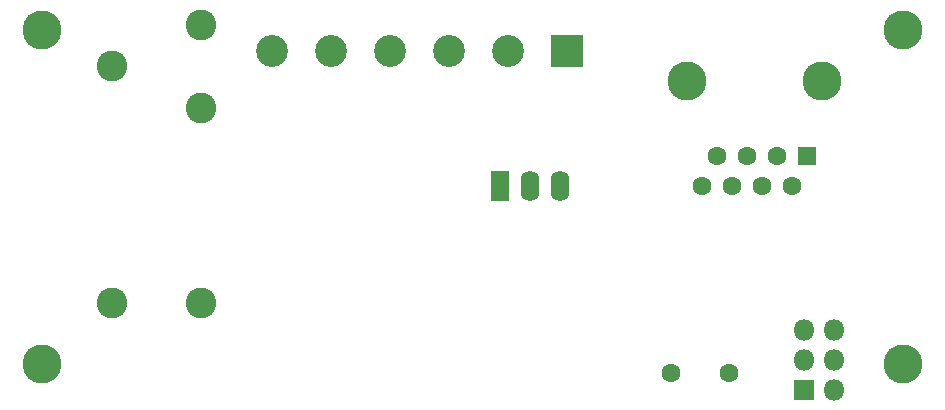
<source format=gbr>
G04 #@! TF.GenerationSoftware,KiCad,Pcbnew,(5.0.0)*
G04 #@! TF.CreationDate,2018-10-13T15:52:45-04:00*
G04 #@! TF.ProjectId,GLVColoumbCounterTest,474C56436F6C6F756D62436F756E7465,rev?*
G04 #@! TF.SameCoordinates,Original*
G04 #@! TF.FileFunction,Soldermask,Bot*
G04 #@! TF.FilePolarity,Negative*
%FSLAX46Y46*%
G04 Gerber Fmt 4.6, Leading zero omitted, Abs format (unit mm)*
G04 Created by KiCad (PCBNEW (5.0.0)) date 10/13/18 15:52:45*
%MOMM*%
%LPD*%
G01*
G04 APERTURE LIST*
%ADD10C,3.301600*%
%ADD11C,2.601600*%
%ADD12R,1.601600X1.601600*%
%ADD13C,1.601600*%
%ADD14R,2.701600X2.701600*%
%ADD15C,2.701600*%
%ADD16R,1.601600X2.601600*%
%ADD17O,1.601600X2.601600*%
%ADD18R,1.801600X1.801600*%
%ADD19O,1.801600X1.801600*%
G04 APERTURE END LIST*
D10*
G04 #@! TO.C,REF\002A\002A*
X169418000Y-47752000D03*
G04 #@! TD*
G04 #@! TO.C,REF\002A\002A*
X169418000Y-76073000D03*
G04 #@! TD*
G04 #@! TO.C,REF\002A\002A*
X96520000Y-47752000D03*
G04 #@! TD*
G04 #@! TO.C,REF\002A\002A*
X96520000Y-76073000D03*
G04 #@! TD*
D11*
G04 #@! TO.C,K1*
X109982000Y-54366000D03*
X102482000Y-50866000D03*
X109982000Y-47366000D03*
X102482000Y-70866000D03*
X109982000Y-70866000D03*
G04 #@! TD*
D10*
G04 #@! TO.C,J2*
X151130000Y-52070000D03*
X162560000Y-52070000D03*
D12*
X161290000Y-58420000D03*
D13*
X160020000Y-60960000D03*
X158750000Y-58420000D03*
X157480000Y-60960000D03*
X156210000Y-58420000D03*
X154940000Y-60960000D03*
X153670000Y-58420000D03*
X152400000Y-60960000D03*
G04 #@! TD*
D14*
G04 #@! TO.C,J1*
X140970000Y-49530000D03*
D15*
X135970000Y-49530000D03*
X130970000Y-49530000D03*
X125970000Y-49530000D03*
X120970000Y-49530000D03*
X115970000Y-49530000D03*
G04 #@! TD*
D16*
G04 #@! TO.C,U1*
X135255000Y-60960000D03*
D17*
X137795000Y-60960000D03*
X140335000Y-60960000D03*
G04 #@! TD*
D18*
G04 #@! TO.C,J3*
X161036000Y-78232000D03*
D19*
X163576000Y-78232000D03*
X161036000Y-75692000D03*
X163576000Y-75692000D03*
X161036000Y-73152000D03*
X163576000Y-73152000D03*
G04 #@! TD*
D13*
G04 #@! TO.C,Y1*
X154686000Y-76835000D03*
X149806000Y-76835000D03*
G04 #@! TD*
M02*

</source>
